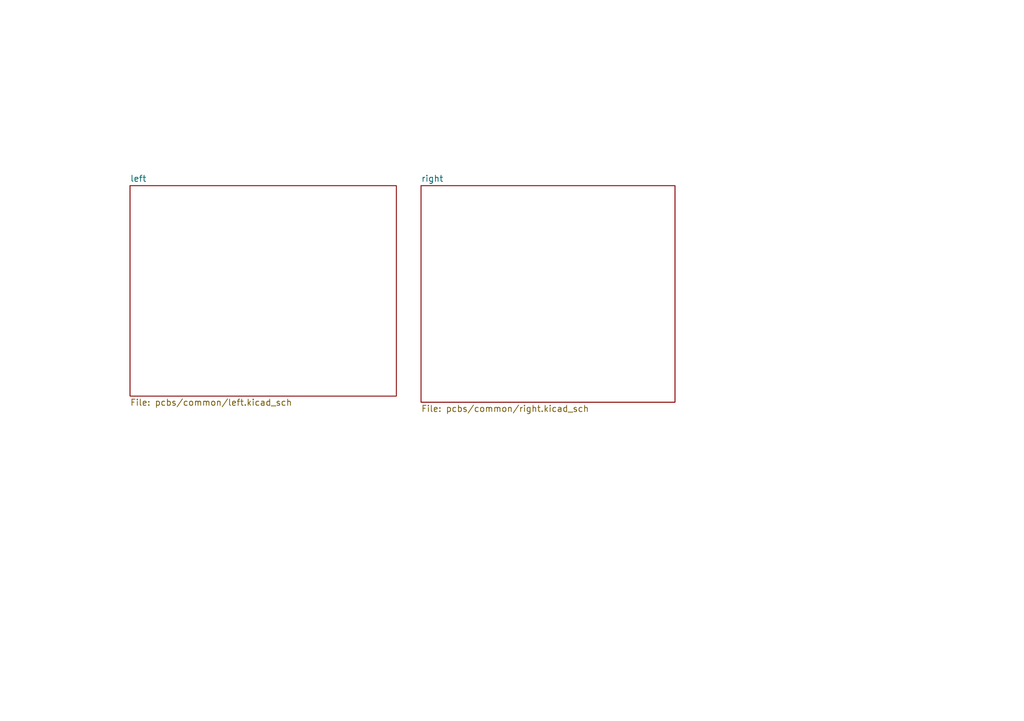
<source format=kicad_sch>
(kicad_sch
	(version 20250114)
	(generator "eeschema")
	(generator_version "9.0")
	(uuid "4cc5d416-57f5-4147-8183-e03ae6b1198a")
	(paper "A5")
	(title_block
		(title "Klofi")
		(date "2025-11-20")
		(rev "1.0")
		(company "citizen analog")
	)
	(lib_symbols)
	(sheet
		(at 26.67 38.1)
		(size 54.61 43.18)
		(exclude_from_sim no)
		(in_bom yes)
		(on_board yes)
		(dnp no)
		(fields_autoplaced yes)
		(stroke
			(width 0.1524)
			(type solid)
		)
		(fill
			(color 0 0 0 0.0000)
		)
		(uuid "089db7cd-2934-428b-a62a-55e0735649ba")
		(property "Sheetname" "left"
			(at 26.67 37.3884 0)
			(effects
				(font
					(size 1.27 1.27)
				)
				(justify left bottom)
			)
		)
		(property "Sheetfile" "pcbs/common/left.kicad_sch"
			(at 26.67 81.8646 0)
			(effects
				(font
					(size 1.27 1.27)
				)
				(justify left top)
			)
		)
		(instances
			(project "klofi"
				(path "/4cc5d416-57f5-4147-8183-e03ae6b1198a"
					(page "2")
				)
			)
		)
	)
	(sheet
		(at 86.36 38.1)
		(size 52.07 44.45)
		(exclude_from_sim no)
		(in_bom yes)
		(on_board yes)
		(dnp no)
		(fields_autoplaced yes)
		(stroke
			(width 0.1524)
			(type solid)
		)
		(fill
			(color 0 0 0 0.0000)
		)
		(uuid "50d96a5e-3d25-4129-9495-15388c76587f")
		(property "Sheetname" "right"
			(at 86.36 37.3884 0)
			(effects
				(font
					(size 1.27 1.27)
				)
				(justify left bottom)
			)
		)
		(property "Sheetfile" "pcbs/common/right.kicad_sch"
			(at 86.36 83.1346 0)
			(effects
				(font
					(size 1.27 1.27)
				)
				(justify left top)
			)
		)
		(instances
			(project "klofi"
				(path "/4cc5d416-57f5-4147-8183-e03ae6b1198a"
					(page "3")
				)
			)
		)
	)
	(sheet_instances
		(path "/"
			(page "1")
		)
	)
	(embedded_fonts no)
	(embedded_files
		(file
			(name "klofi.kicad_wks")
			(type worksheet)
			(data |KLUv/WAtCaUUAGZdXSEA1TZqxSYpSnAbOsWn6jgBcMQyc4EzL++4wmTo/39CwQRTAEwAVwAfib/D
				sXnSvpaTvVHzGxcLF61mdz60Ir9WLFwVbS/Z8kf+BAAgQILey1kpKA2V8dvQNSJJdcbvZb/OIQAC
				BYxSatVZ+2JbZg8RAIHyI9KEHmg/hLSv2iUmKUr1j/y/v6Z11Z4XaZTBa99z0nP2mzH4Ys+e1AfE
				4tcuvv32znd4QTh7TfVfH0cM1q4dXj9YPSntz96XFNU+evdBzyP+xwFZpWS5UMRfH+qG0Swht2AY
				1RBaHVox6YSycRYNo2lkjA1iGlzV1ZNSRYXoBHbSuqyh0S4ct5kGvfD3GjlnUva/DjZpY78Eea7a
				NCPVq+f3fZNagMBfvAmBAqJeCqtah6qwKKJOi3YTTUK6HjlixqyZSVaRUBiJR5dVOk17cBhmVQdJ
				NtEim8M6QCt6bztRTapFuq0T33aVhrbfvcMJDCdBuFH93pjxprOTXsWiVQJ/oBFFhhRNSQqSFDLM
				AXBEpObIdIhoeADgyjYO5AUHII+5zeGUZ8OCCgxpYQqEQHAhLidmCx0AKeQ9n6T/yBrb7V12yDYr
				OiEXJglxtvK15pFxtmAHCO91fmulXHfWElz75BBUrBctqPwIp/TZhV6iCDIApxHAeXt16x/Kg7DG
				kiWEXtJRLCUAuZbMBWDdLI5A4osumcUmrV5EsjmvZPcMXsOAYTw4linxEUyETifR+zbQER70Mm3G
				h/OmhDwS8UnyTSUo/nDK0UuSa6aYZw+3mSUACEI+UaM6ItXawEKAG2ER79AKTrs0yN07DJnJ2GGX
				ZfKigD5qX0sOMakP3fYKbZusDnmUYtdHdIyXSuldo/AF/MS73bQI2vgwVQ==|
			)
			(checksum "9F561F2F5A0DC32E669BBA2695209430")
		)
	)
)

</source>
